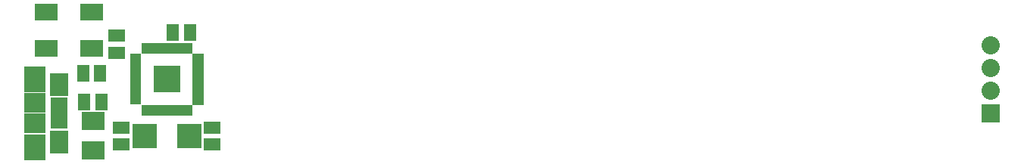
<source format=gts>
G04 (created by PCBNEW-RS274X (2012-apr-16-27)-stable) date Sun 05 Jan 2014 01:48:33 PM CET*
G01*
G70*
G90*
%MOIN*%
G04 Gerber Fmt 3.4, Leading zero omitted, Abs format*
%FSLAX34Y34*%
G04 APERTURE LIST*
%ADD10C,0.006000*%
%ADD11R,0.100000X0.080000*%
%ADD12R,0.075000X0.055000*%
%ADD13R,0.055000X0.075000*%
%ADD14R,0.080000X0.080000*%
%ADD15C,0.080000*%
%ADD16R,0.110600X0.110600*%
%ADD17R,0.073100X0.035700*%
%ADD18R,0.079100X0.102700*%
%ADD19R,0.094800X0.114500*%
%ADD20R,0.094800X0.090900*%
%ADD21R,0.051000X0.031000*%
%ADD22R,0.031000X0.051000*%
%ADD23R,0.070000X0.070000*%
%ADD24R,0.098700X0.075100*%
G04 APERTURE END LIST*
G54D10*
G54D11*
X38000Y-24600D03*
X38000Y-25900D03*
G54D12*
X43250Y-25625D03*
X43250Y-24875D03*
X39250Y-25625D03*
X39250Y-24875D03*
G54D13*
X38375Y-23750D03*
X37625Y-23750D03*
X38325Y-22500D03*
X37575Y-22500D03*
G54D12*
X39050Y-20825D03*
X39050Y-21575D03*
G54D14*
X77500Y-24250D03*
G54D15*
X77500Y-23250D03*
X77500Y-22250D03*
X77500Y-21250D03*
G54D16*
X42234Y-25250D03*
X40266Y-25250D03*
G54D17*
X36500Y-24250D03*
X36500Y-23994D03*
X36500Y-24506D03*
X36500Y-23738D03*
X36500Y-24762D03*
G54D18*
X36500Y-22990D03*
X36500Y-25510D03*
G54D19*
X35457Y-22754D03*
X35457Y-25746D03*
G54D20*
X35457Y-23797D03*
X35457Y-24703D03*
G54D21*
X39875Y-21765D03*
G54D22*
X40265Y-24125D03*
G54D10*
G36*
X42370Y-23580D02*
X42880Y-23580D01*
X42880Y-23890D01*
X42370Y-23890D01*
X42370Y-23580D01*
X42370Y-23580D01*
G37*
G54D22*
X42235Y-21375D03*
G54D21*
X39875Y-21962D03*
G54D22*
X40462Y-24125D03*
G54D10*
G36*
X42370Y-23383D02*
X42880Y-23383D01*
X42880Y-23693D01*
X42370Y-23693D01*
X42370Y-23383D01*
X42370Y-23383D01*
G37*
G54D22*
X42038Y-21375D03*
G54D21*
X39875Y-22159D03*
G54D22*
X40659Y-24125D03*
G54D10*
G36*
X42370Y-23186D02*
X42880Y-23186D01*
X42880Y-23496D01*
X42370Y-23496D01*
X42370Y-23186D01*
X42370Y-23186D01*
G37*
G54D22*
X41841Y-21375D03*
G54D21*
X39875Y-22356D03*
G54D22*
X40856Y-24125D03*
G54D10*
G36*
X42370Y-22989D02*
X42880Y-22989D01*
X42880Y-23299D01*
X42370Y-23299D01*
X42370Y-22989D01*
X42370Y-22989D01*
G37*
G54D22*
X41644Y-21375D03*
G54D21*
X39875Y-22553D03*
G54D22*
X41053Y-24125D03*
G54D10*
G36*
X42370Y-22792D02*
X42880Y-22792D01*
X42880Y-23102D01*
X42370Y-23102D01*
X42370Y-22792D01*
X42370Y-22792D01*
G37*
G54D22*
X41447Y-21375D03*
G54D21*
X39875Y-22750D03*
G54D22*
X41250Y-24125D03*
G54D10*
G36*
X42370Y-22595D02*
X42880Y-22595D01*
X42880Y-22905D01*
X42370Y-22905D01*
X42370Y-22595D01*
X42370Y-22595D01*
G37*
G54D22*
X41250Y-21375D03*
G54D21*
X39875Y-22947D03*
G54D22*
X41447Y-24125D03*
G54D10*
G36*
X42370Y-22398D02*
X42880Y-22398D01*
X42880Y-22708D01*
X42370Y-22708D01*
X42370Y-22398D01*
X42370Y-22398D01*
G37*
G54D22*
X41053Y-21375D03*
G54D21*
X39875Y-23144D03*
G54D22*
X41644Y-24125D03*
G54D10*
G36*
X42370Y-22201D02*
X42880Y-22201D01*
X42880Y-22511D01*
X42370Y-22511D01*
X42370Y-22201D01*
X42370Y-22201D01*
G37*
G54D22*
X40856Y-21375D03*
G54D21*
X39875Y-23341D03*
G54D22*
X41841Y-24125D03*
G54D10*
G36*
X42370Y-22004D02*
X42880Y-22004D01*
X42880Y-22314D01*
X42370Y-22314D01*
X42370Y-22004D01*
X42370Y-22004D01*
G37*
G54D22*
X40659Y-21375D03*
G54D21*
X39875Y-23538D03*
G54D22*
X42038Y-24125D03*
G54D10*
G36*
X42370Y-21807D02*
X42880Y-21807D01*
X42880Y-22117D01*
X42370Y-22117D01*
X42370Y-21807D01*
X42370Y-21807D01*
G37*
G54D22*
X40462Y-21375D03*
G54D21*
X39875Y-23735D03*
G54D22*
X42235Y-24125D03*
G54D10*
G36*
X42370Y-21610D02*
X42880Y-21610D01*
X42880Y-21920D01*
X42370Y-21920D01*
X42370Y-21610D01*
X42370Y-21610D01*
G37*
G54D22*
X40265Y-21375D03*
G54D23*
X41000Y-22500D03*
X41500Y-22500D03*
X41000Y-23000D03*
X41500Y-23000D03*
G54D13*
X41525Y-20700D03*
X42275Y-20700D03*
G54D24*
X37950Y-19800D03*
X37950Y-21400D03*
X35950Y-19800D03*
X35950Y-21400D03*
M02*

</source>
